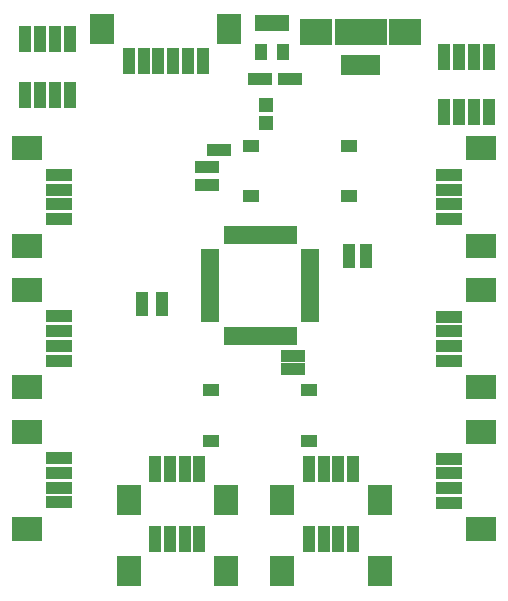
<source format=gts>
G04 (created by PCBNEW (25-Oct-2014 BZR 4029)-stable) date Thu 30 Jul 2015 11:12:18 AM EDT*
%MOIN*%
G04 Gerber Fmt 3.4, Leading zero omitted, Abs format*
%FSLAX34Y34*%
G01*
G70*
G90*
G04 APERTURE LIST*
%ADD10C,0.00393701*%
%ADD11R,0.0629921X0.0275591*%
%ADD12R,0.0275591X0.0629921*%
%ADD13R,0.0570866X0.0413386*%
%ADD14R,0.0905512X0.0905512*%
%ADD15R,0.106299X0.0905512*%
%ADD16R,0.0314961X0.0708661*%
%ADD17R,0.0433071X0.0551181*%
%ADD18R,0.0440945X0.0858268*%
%ADD19R,0.0433071X0.0866142*%
%ADD20R,0.0787402X0.102362*%
%ADD21R,0.0866142X0.0433071*%
%ADD22R,0.102362X0.0787402*%
%ADD23R,0.0472441X0.0472441*%
%ADD24R,0.0393701X0.0433071*%
%ADD25R,0.0433071X0.0393701*%
G04 APERTURE END LIST*
G54D10*
G54D11*
X48326Y-39665D03*
X48326Y-39862D03*
X48326Y-40059D03*
X48326Y-40255D03*
X48326Y-40452D03*
X48326Y-40649D03*
X48326Y-40846D03*
X48326Y-41043D03*
X48326Y-41240D03*
X48326Y-41437D03*
X48326Y-41633D03*
X48326Y-41830D03*
X51673Y-41830D03*
X51673Y-41633D03*
X51673Y-41437D03*
X51673Y-41240D03*
X51673Y-41043D03*
X51673Y-40846D03*
X51673Y-40649D03*
X51673Y-40452D03*
X51673Y-40255D03*
X51673Y-40059D03*
X51673Y-39862D03*
X51673Y-39665D03*
G54D12*
X48917Y-42421D03*
X49114Y-42421D03*
X49311Y-42421D03*
X49507Y-42421D03*
X49704Y-42421D03*
X49901Y-42421D03*
X50098Y-42421D03*
X50295Y-42421D03*
X50492Y-42421D03*
X50688Y-42421D03*
X50885Y-42421D03*
X51082Y-42421D03*
X51082Y-39074D03*
X50885Y-39074D03*
X50688Y-39074D03*
X50492Y-39074D03*
X50295Y-39074D03*
X50098Y-39074D03*
X49901Y-39074D03*
X49704Y-39074D03*
X49507Y-39074D03*
X49311Y-39074D03*
X49114Y-39074D03*
X48917Y-39074D03*
G54D13*
X48366Y-45925D03*
X48366Y-44232D03*
X51633Y-45925D03*
X51633Y-44232D03*
X49704Y-37775D03*
X49704Y-36082D03*
X52972Y-37775D03*
X52972Y-36082D03*
G54D14*
X53779Y-32283D03*
X52913Y-32283D03*
G54D15*
X54822Y-32283D03*
X51870Y-32283D03*
G54D16*
X53346Y-33405D03*
X53602Y-33405D03*
X53858Y-33405D03*
X53090Y-33405D03*
X52834Y-33405D03*
G54D17*
X50393Y-32007D03*
X50767Y-32007D03*
X50019Y-32007D03*
X50767Y-32952D03*
X50019Y-32952D03*
G54D18*
X56639Y-34976D03*
X56139Y-34976D03*
X57139Y-34976D03*
X57639Y-34976D03*
X57639Y-33133D03*
X57139Y-33133D03*
X56639Y-33133D03*
X56139Y-33133D03*
X43163Y-32543D03*
X43663Y-32543D03*
X42663Y-32543D03*
X42163Y-32543D03*
X42163Y-34385D03*
X42663Y-34385D03*
X43163Y-34385D03*
X43663Y-34385D03*
G54D19*
X47096Y-33267D03*
X47588Y-33267D03*
X48080Y-33267D03*
X46604Y-33267D03*
X46112Y-33267D03*
X45620Y-33267D03*
G54D20*
X44734Y-32204D03*
X48966Y-32204D03*
G54D19*
X46998Y-46850D03*
X46505Y-46850D03*
X47490Y-46850D03*
X47972Y-46850D03*
G54D20*
X48868Y-47913D03*
X45620Y-47913D03*
G54D21*
X43307Y-37549D03*
X43307Y-37057D03*
X43307Y-38041D03*
X43307Y-38523D03*
G54D22*
X42244Y-39419D03*
X42244Y-36171D03*
G54D21*
X43307Y-42273D03*
X43307Y-41781D03*
X43307Y-42765D03*
X43307Y-43248D03*
G54D22*
X42244Y-44143D03*
X42244Y-40895D03*
G54D21*
X43307Y-46998D03*
X43307Y-46505D03*
X43307Y-47490D03*
X43307Y-47972D03*
G54D22*
X42244Y-48868D03*
X42244Y-45620D03*
G54D19*
X46998Y-49212D03*
X46505Y-49212D03*
X47490Y-49212D03*
X47972Y-49212D03*
G54D20*
X48868Y-50275D03*
X45620Y-50275D03*
G54D19*
X52116Y-49212D03*
X51624Y-49212D03*
X52608Y-49212D03*
X53090Y-49212D03*
G54D20*
X53986Y-50275D03*
X50738Y-50275D03*
G54D19*
X52116Y-46850D03*
X51624Y-46850D03*
X52608Y-46850D03*
X53090Y-46850D03*
G54D20*
X53986Y-47913D03*
X50738Y-47913D03*
G54D21*
X56299Y-47490D03*
X56299Y-47982D03*
X56299Y-46998D03*
X56299Y-46515D03*
G54D22*
X57362Y-45620D03*
X57362Y-48868D03*
G54D21*
X56299Y-42765D03*
X56299Y-43257D03*
X56299Y-42273D03*
X56299Y-41791D03*
G54D22*
X57362Y-40895D03*
X57362Y-44143D03*
G54D21*
X56299Y-38041D03*
X56299Y-38533D03*
X56299Y-37549D03*
X56299Y-37066D03*
G54D22*
X57362Y-36171D03*
X57362Y-39419D03*
G54D23*
X50196Y-35334D03*
X50196Y-34744D03*
G54D24*
X48031Y-37401D03*
X48425Y-37401D03*
G54D25*
X46732Y-41181D03*
X46732Y-41574D03*
X52952Y-39566D03*
X52952Y-39960D03*
G54D24*
X50905Y-43110D03*
X51299Y-43110D03*
X48425Y-36811D03*
X48031Y-36811D03*
G54D25*
X53543Y-39566D03*
X53543Y-39960D03*
X46062Y-41181D03*
X46062Y-41574D03*
G54D24*
X50905Y-43543D03*
X51299Y-43543D03*
X48818Y-36220D03*
X48425Y-36220D03*
X49803Y-33858D03*
X50196Y-33858D03*
X50787Y-33858D03*
X51181Y-33858D03*
M02*

</source>
